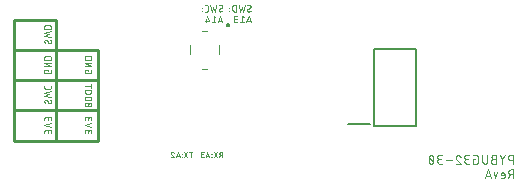
<source format=gbr>
G04 EAGLE Gerber RS-274X export*
G75*
%MOMM*%
%FSLAX34Y34*%
%LPD*%
%INSilkscreen Bottom*%
%IPPOS*%
%AMOC8*
5,1,8,0,0,1.08239X$1,22.5*%
G01*
%ADD10C,0.050800*%
%ADD11C,0.076200*%
%ADD12C,0.254000*%
%ADD13C,0.200000*%
%ADD14C,0.100000*%


D10*
X31976Y127819D02*
X31906Y127817D01*
X31837Y127811D01*
X31768Y127801D01*
X31700Y127788D01*
X31632Y127770D01*
X31566Y127749D01*
X31501Y127724D01*
X31437Y127696D01*
X31375Y127664D01*
X31315Y127629D01*
X31257Y127590D01*
X31202Y127548D01*
X31148Y127503D01*
X31098Y127455D01*
X31050Y127405D01*
X31005Y127351D01*
X30963Y127296D01*
X30924Y127238D01*
X30889Y127178D01*
X30857Y127116D01*
X30829Y127052D01*
X30804Y126987D01*
X30783Y126921D01*
X30765Y126853D01*
X30752Y126785D01*
X30742Y126716D01*
X30736Y126647D01*
X30734Y126577D01*
X30736Y126478D01*
X30741Y126380D01*
X30751Y126282D01*
X30764Y126184D01*
X30780Y126087D01*
X30800Y125990D01*
X30824Y125895D01*
X30852Y125800D01*
X30883Y125706D01*
X30917Y125614D01*
X30955Y125523D01*
X30996Y125433D01*
X31041Y125345D01*
X31089Y125259D01*
X31140Y125175D01*
X31194Y125093D01*
X31252Y125012D01*
X31312Y124934D01*
X31375Y124859D01*
X31441Y124785D01*
X31510Y124715D01*
X35080Y124869D02*
X35150Y124871D01*
X35219Y124877D01*
X35288Y124887D01*
X35356Y124900D01*
X35424Y124918D01*
X35490Y124939D01*
X35555Y124964D01*
X35619Y124992D01*
X35681Y125024D01*
X35741Y125059D01*
X35799Y125098D01*
X35854Y125140D01*
X35908Y125185D01*
X35958Y125233D01*
X36006Y125283D01*
X36051Y125337D01*
X36093Y125392D01*
X36132Y125450D01*
X36167Y125510D01*
X36199Y125572D01*
X36227Y125636D01*
X36252Y125701D01*
X36273Y125767D01*
X36291Y125835D01*
X36304Y125903D01*
X36314Y125972D01*
X36320Y126041D01*
X36322Y126111D01*
X36320Y126205D01*
X36314Y126298D01*
X36305Y126391D01*
X36292Y126484D01*
X36275Y126576D01*
X36255Y126667D01*
X36230Y126758D01*
X36203Y126847D01*
X36171Y126935D01*
X36136Y127022D01*
X36098Y127108D01*
X36056Y127191D01*
X36011Y127273D01*
X35963Y127354D01*
X35911Y127432D01*
X35856Y127508D01*
X33994Y125490D02*
X34030Y125431D01*
X34070Y125375D01*
X34113Y125321D01*
X34158Y125269D01*
X34207Y125220D01*
X34258Y125174D01*
X34311Y125131D01*
X34367Y125090D01*
X34425Y125053D01*
X34485Y125018D01*
X34546Y124988D01*
X34609Y124960D01*
X34674Y124936D01*
X34740Y124916D01*
X34807Y124899D01*
X34874Y124886D01*
X34942Y124877D01*
X35011Y124871D01*
X35080Y124869D01*
X33062Y127197D02*
X33026Y127256D01*
X32986Y127312D01*
X32943Y127366D01*
X32898Y127418D01*
X32849Y127467D01*
X32798Y127513D01*
X32745Y127556D01*
X32689Y127597D01*
X32631Y127634D01*
X32571Y127669D01*
X32510Y127699D01*
X32447Y127727D01*
X32382Y127751D01*
X32316Y127771D01*
X32249Y127788D01*
X32182Y127801D01*
X32114Y127810D01*
X32045Y127816D01*
X31976Y127818D01*
X33062Y127198D02*
X33994Y125490D01*
X36322Y129818D02*
X30734Y131059D01*
X34459Y132301D01*
X30734Y133543D01*
X36322Y134785D01*
X36322Y137150D02*
X30734Y137150D01*
X36322Y137150D02*
X36322Y138702D01*
X36320Y138778D01*
X36315Y138854D01*
X36305Y138930D01*
X36292Y139005D01*
X36275Y139079D01*
X36255Y139153D01*
X36231Y139225D01*
X36204Y139296D01*
X36173Y139366D01*
X36139Y139434D01*
X36101Y139500D01*
X36060Y139564D01*
X36017Y139627D01*
X35970Y139687D01*
X35920Y139744D01*
X35867Y139799D01*
X35812Y139852D01*
X35755Y139902D01*
X35695Y139949D01*
X35632Y139992D01*
X35568Y140033D01*
X35502Y140071D01*
X35434Y140105D01*
X35364Y140136D01*
X35293Y140163D01*
X35220Y140187D01*
X35147Y140207D01*
X35073Y140224D01*
X34998Y140237D01*
X34922Y140247D01*
X34846Y140252D01*
X34770Y140254D01*
X32286Y140254D01*
X32207Y140252D01*
X32129Y140246D01*
X32051Y140236D01*
X31974Y140222D01*
X31897Y140204D01*
X31821Y140183D01*
X31747Y140157D01*
X31674Y140128D01*
X31603Y140095D01*
X31533Y140059D01*
X31465Y140019D01*
X31399Y139976D01*
X31336Y139929D01*
X31275Y139880D01*
X31217Y139827D01*
X31161Y139771D01*
X31108Y139713D01*
X31059Y139652D01*
X31012Y139589D01*
X30969Y139523D01*
X30929Y139455D01*
X30893Y139386D01*
X30860Y139314D01*
X30831Y139241D01*
X30805Y139167D01*
X30784Y139091D01*
X30766Y139014D01*
X30752Y138937D01*
X30742Y138859D01*
X30736Y138781D01*
X30734Y138702D01*
X30734Y137150D01*
X33838Y102418D02*
X33838Y101487D01*
X33838Y102418D02*
X30734Y102418D01*
X30734Y100556D01*
X30736Y100486D01*
X30742Y100417D01*
X30752Y100348D01*
X30765Y100280D01*
X30783Y100212D01*
X30804Y100146D01*
X30829Y100081D01*
X30857Y100017D01*
X30889Y99955D01*
X30924Y99895D01*
X30963Y99837D01*
X31005Y99782D01*
X31050Y99728D01*
X31098Y99678D01*
X31148Y99630D01*
X31202Y99585D01*
X31257Y99543D01*
X31315Y99504D01*
X31375Y99469D01*
X31437Y99437D01*
X31501Y99409D01*
X31566Y99384D01*
X31632Y99363D01*
X31700Y99345D01*
X31768Y99332D01*
X31837Y99322D01*
X31906Y99316D01*
X31976Y99314D01*
X35080Y99314D01*
X35150Y99316D01*
X35219Y99322D01*
X35288Y99332D01*
X35356Y99345D01*
X35424Y99363D01*
X35490Y99384D01*
X35555Y99409D01*
X35619Y99437D01*
X35681Y99469D01*
X35741Y99504D01*
X35799Y99543D01*
X35854Y99585D01*
X35908Y99630D01*
X35958Y99678D01*
X36006Y99728D01*
X36051Y99782D01*
X36093Y99837D01*
X36132Y99895D01*
X36167Y99955D01*
X36199Y100017D01*
X36227Y100081D01*
X36252Y100146D01*
X36273Y100212D01*
X36291Y100280D01*
X36304Y100348D01*
X36314Y100417D01*
X36320Y100486D01*
X36322Y100556D01*
X36322Y102418D01*
X36322Y105166D02*
X30734Y105166D01*
X30734Y108271D02*
X36322Y105166D01*
X36322Y108271D02*
X30734Y108271D01*
X30734Y111018D02*
X36322Y111018D01*
X36322Y112570D01*
X36320Y112646D01*
X36315Y112722D01*
X36305Y112798D01*
X36292Y112873D01*
X36275Y112947D01*
X36255Y113021D01*
X36231Y113093D01*
X36204Y113164D01*
X36173Y113234D01*
X36139Y113302D01*
X36101Y113368D01*
X36060Y113432D01*
X36017Y113495D01*
X35970Y113555D01*
X35920Y113612D01*
X35867Y113667D01*
X35812Y113720D01*
X35755Y113770D01*
X35695Y113817D01*
X35632Y113860D01*
X35568Y113901D01*
X35502Y113939D01*
X35434Y113973D01*
X35364Y114004D01*
X35293Y114031D01*
X35220Y114055D01*
X35147Y114075D01*
X35073Y114092D01*
X34998Y114105D01*
X34922Y114115D01*
X34846Y114120D01*
X34770Y114122D01*
X34770Y114123D02*
X32286Y114123D01*
X32286Y114122D02*
X32207Y114120D01*
X32129Y114114D01*
X32051Y114104D01*
X31974Y114090D01*
X31897Y114072D01*
X31821Y114051D01*
X31747Y114025D01*
X31674Y113996D01*
X31603Y113963D01*
X31533Y113927D01*
X31465Y113887D01*
X31399Y113844D01*
X31336Y113797D01*
X31275Y113748D01*
X31217Y113695D01*
X31161Y113639D01*
X31108Y113581D01*
X31059Y113520D01*
X31012Y113457D01*
X30969Y113391D01*
X30929Y113323D01*
X30893Y113254D01*
X30860Y113182D01*
X30831Y113109D01*
X30805Y113035D01*
X30784Y112959D01*
X30766Y112882D01*
X30752Y112805D01*
X30742Y112727D01*
X30736Y112649D01*
X30734Y112570D01*
X30734Y111018D01*
X31976Y77019D02*
X31906Y77017D01*
X31837Y77011D01*
X31768Y77001D01*
X31700Y76988D01*
X31632Y76970D01*
X31566Y76949D01*
X31501Y76924D01*
X31437Y76896D01*
X31375Y76864D01*
X31315Y76829D01*
X31257Y76790D01*
X31202Y76748D01*
X31148Y76703D01*
X31098Y76655D01*
X31050Y76605D01*
X31005Y76551D01*
X30963Y76496D01*
X30924Y76438D01*
X30889Y76378D01*
X30857Y76316D01*
X30829Y76252D01*
X30804Y76187D01*
X30783Y76121D01*
X30765Y76053D01*
X30752Y75985D01*
X30742Y75916D01*
X30736Y75847D01*
X30734Y75777D01*
X30736Y75678D01*
X30741Y75580D01*
X30751Y75482D01*
X30764Y75384D01*
X30780Y75287D01*
X30800Y75190D01*
X30824Y75095D01*
X30852Y75000D01*
X30883Y74906D01*
X30917Y74814D01*
X30955Y74723D01*
X30996Y74633D01*
X31041Y74545D01*
X31089Y74459D01*
X31140Y74375D01*
X31194Y74293D01*
X31252Y74212D01*
X31312Y74134D01*
X31375Y74059D01*
X31441Y73985D01*
X31510Y73915D01*
X35080Y74069D02*
X35150Y74071D01*
X35219Y74077D01*
X35288Y74087D01*
X35356Y74100D01*
X35424Y74118D01*
X35490Y74139D01*
X35555Y74164D01*
X35619Y74192D01*
X35681Y74224D01*
X35741Y74259D01*
X35799Y74298D01*
X35854Y74340D01*
X35908Y74385D01*
X35958Y74433D01*
X36006Y74483D01*
X36051Y74537D01*
X36093Y74592D01*
X36132Y74650D01*
X36167Y74710D01*
X36199Y74772D01*
X36227Y74836D01*
X36252Y74901D01*
X36273Y74967D01*
X36291Y75035D01*
X36304Y75103D01*
X36314Y75172D01*
X36320Y75241D01*
X36322Y75311D01*
X36320Y75405D01*
X36314Y75498D01*
X36305Y75591D01*
X36292Y75684D01*
X36275Y75776D01*
X36255Y75867D01*
X36230Y75958D01*
X36203Y76047D01*
X36171Y76135D01*
X36136Y76222D01*
X36098Y76308D01*
X36056Y76391D01*
X36011Y76473D01*
X35963Y76554D01*
X35911Y76632D01*
X35856Y76708D01*
X33994Y74690D02*
X34030Y74631D01*
X34070Y74575D01*
X34113Y74521D01*
X34158Y74469D01*
X34207Y74420D01*
X34258Y74374D01*
X34311Y74331D01*
X34367Y74290D01*
X34425Y74253D01*
X34485Y74218D01*
X34546Y74188D01*
X34609Y74160D01*
X34674Y74136D01*
X34740Y74116D01*
X34807Y74099D01*
X34874Y74086D01*
X34942Y74077D01*
X35011Y74071D01*
X35080Y74069D01*
X33062Y76397D02*
X33026Y76456D01*
X32986Y76512D01*
X32943Y76566D01*
X32898Y76618D01*
X32849Y76667D01*
X32798Y76713D01*
X32745Y76756D01*
X32689Y76797D01*
X32631Y76834D01*
X32571Y76869D01*
X32510Y76899D01*
X32447Y76927D01*
X32382Y76951D01*
X32316Y76971D01*
X32249Y76988D01*
X32182Y77001D01*
X32114Y77010D01*
X32045Y77016D01*
X31976Y77018D01*
X33062Y76398D02*
X33994Y74690D01*
X36322Y79018D02*
X30734Y80259D01*
X34459Y81501D01*
X30734Y82743D01*
X36322Y83985D01*
X30734Y87392D02*
X30734Y88634D01*
X30734Y87392D02*
X30736Y87322D01*
X30742Y87253D01*
X30752Y87184D01*
X30765Y87116D01*
X30783Y87048D01*
X30804Y86982D01*
X30829Y86917D01*
X30857Y86853D01*
X30889Y86791D01*
X30924Y86731D01*
X30963Y86673D01*
X31005Y86618D01*
X31050Y86564D01*
X31098Y86514D01*
X31148Y86466D01*
X31202Y86421D01*
X31257Y86379D01*
X31315Y86340D01*
X31375Y86305D01*
X31437Y86273D01*
X31501Y86245D01*
X31566Y86220D01*
X31632Y86199D01*
X31700Y86181D01*
X31768Y86168D01*
X31837Y86158D01*
X31906Y86152D01*
X31976Y86150D01*
X31976Y86151D02*
X35080Y86151D01*
X35080Y86150D02*
X35150Y86152D01*
X35219Y86158D01*
X35288Y86168D01*
X35356Y86181D01*
X35424Y86199D01*
X35490Y86220D01*
X35555Y86245D01*
X35619Y86273D01*
X35681Y86305D01*
X35741Y86340D01*
X35799Y86379D01*
X35854Y86421D01*
X35908Y86466D01*
X35958Y86514D01*
X36006Y86564D01*
X36051Y86618D01*
X36093Y86673D01*
X36132Y86731D01*
X36167Y86791D01*
X36199Y86853D01*
X36227Y86917D01*
X36252Y86982D01*
X36273Y87048D01*
X36291Y87116D01*
X36304Y87184D01*
X36314Y87253D01*
X36320Y87322D01*
X36322Y87392D01*
X36322Y88634D01*
D11*
X427609Y30099D02*
X427609Y22733D01*
X427609Y30099D02*
X425563Y30099D01*
X425474Y30097D01*
X425385Y30091D01*
X425296Y30081D01*
X425208Y30068D01*
X425120Y30051D01*
X425033Y30029D01*
X424948Y30004D01*
X424863Y29976D01*
X424780Y29943D01*
X424698Y29907D01*
X424618Y29868D01*
X424540Y29825D01*
X424464Y29779D01*
X424389Y29729D01*
X424317Y29676D01*
X424248Y29620D01*
X424181Y29561D01*
X424116Y29500D01*
X424055Y29435D01*
X423996Y29368D01*
X423940Y29299D01*
X423887Y29227D01*
X423837Y29152D01*
X423791Y29076D01*
X423748Y28998D01*
X423709Y28918D01*
X423673Y28836D01*
X423640Y28753D01*
X423612Y28668D01*
X423587Y28583D01*
X423565Y28496D01*
X423548Y28408D01*
X423535Y28320D01*
X423525Y28231D01*
X423519Y28142D01*
X423517Y28053D01*
X423519Y27964D01*
X423525Y27875D01*
X423535Y27786D01*
X423548Y27698D01*
X423565Y27610D01*
X423587Y27523D01*
X423612Y27438D01*
X423640Y27353D01*
X423673Y27270D01*
X423709Y27188D01*
X423748Y27108D01*
X423791Y27030D01*
X423837Y26954D01*
X423887Y26879D01*
X423940Y26807D01*
X423996Y26738D01*
X424055Y26671D01*
X424116Y26606D01*
X424181Y26545D01*
X424248Y26486D01*
X424317Y26430D01*
X424389Y26377D01*
X424464Y26327D01*
X424540Y26281D01*
X424618Y26238D01*
X424698Y26199D01*
X424780Y26163D01*
X424863Y26130D01*
X424948Y26102D01*
X425033Y26077D01*
X425120Y26055D01*
X425208Y26038D01*
X425296Y26025D01*
X425385Y26015D01*
X425474Y26009D01*
X425563Y26007D01*
X427609Y26007D01*
X421065Y30099D02*
X418609Y26621D01*
X416154Y30099D01*
X418609Y26621D02*
X418609Y22733D01*
X412979Y26825D02*
X410933Y26825D01*
X410844Y26823D01*
X410755Y26817D01*
X410666Y26807D01*
X410578Y26794D01*
X410490Y26777D01*
X410403Y26755D01*
X410318Y26730D01*
X410233Y26702D01*
X410150Y26669D01*
X410068Y26633D01*
X409988Y26594D01*
X409910Y26551D01*
X409834Y26505D01*
X409759Y26455D01*
X409687Y26402D01*
X409618Y26346D01*
X409551Y26287D01*
X409486Y26226D01*
X409425Y26161D01*
X409366Y26094D01*
X409310Y26025D01*
X409257Y25953D01*
X409207Y25878D01*
X409161Y25802D01*
X409118Y25724D01*
X409079Y25644D01*
X409043Y25562D01*
X409010Y25479D01*
X408982Y25394D01*
X408957Y25309D01*
X408935Y25222D01*
X408918Y25134D01*
X408905Y25046D01*
X408895Y24957D01*
X408889Y24868D01*
X408887Y24779D01*
X408889Y24690D01*
X408895Y24601D01*
X408905Y24512D01*
X408918Y24424D01*
X408935Y24336D01*
X408957Y24249D01*
X408982Y24164D01*
X409010Y24079D01*
X409043Y23996D01*
X409079Y23914D01*
X409118Y23834D01*
X409161Y23756D01*
X409207Y23680D01*
X409257Y23605D01*
X409310Y23533D01*
X409366Y23464D01*
X409425Y23397D01*
X409486Y23332D01*
X409551Y23271D01*
X409618Y23212D01*
X409687Y23156D01*
X409759Y23103D01*
X409834Y23053D01*
X409910Y23007D01*
X409988Y22964D01*
X410068Y22925D01*
X410150Y22889D01*
X410233Y22856D01*
X410318Y22828D01*
X410403Y22803D01*
X410490Y22781D01*
X410578Y22764D01*
X410666Y22751D01*
X410755Y22741D01*
X410844Y22735D01*
X410933Y22733D01*
X412979Y22733D01*
X412979Y30099D01*
X410933Y30099D01*
X410854Y30097D01*
X410775Y30091D01*
X410696Y30082D01*
X410618Y30069D01*
X410541Y30051D01*
X410465Y30031D01*
X410390Y30006D01*
X410316Y29978D01*
X410243Y29947D01*
X410172Y29911D01*
X410103Y29873D01*
X410036Y29831D01*
X409971Y29786D01*
X409908Y29738D01*
X409847Y29687D01*
X409790Y29633D01*
X409734Y29577D01*
X409682Y29518D01*
X409632Y29456D01*
X409586Y29392D01*
X409542Y29326D01*
X409502Y29258D01*
X409466Y29188D01*
X409432Y29116D01*
X409402Y29042D01*
X409376Y28968D01*
X409353Y28892D01*
X409335Y28815D01*
X409319Y28738D01*
X409308Y28659D01*
X409300Y28581D01*
X409296Y28502D01*
X409296Y28422D01*
X409300Y28343D01*
X409308Y28265D01*
X409319Y28186D01*
X409335Y28109D01*
X409353Y28032D01*
X409376Y27956D01*
X409402Y27882D01*
X409432Y27808D01*
X409466Y27736D01*
X409502Y27666D01*
X409542Y27598D01*
X409586Y27532D01*
X409632Y27468D01*
X409682Y27406D01*
X409734Y27347D01*
X409790Y27291D01*
X409847Y27237D01*
X409908Y27186D01*
X409971Y27138D01*
X410036Y27093D01*
X410103Y27051D01*
X410172Y27013D01*
X410243Y26977D01*
X410316Y26946D01*
X410390Y26918D01*
X410465Y26893D01*
X410541Y26873D01*
X410618Y26855D01*
X410696Y26842D01*
X410775Y26833D01*
X410854Y26827D01*
X410933Y26825D01*
X405781Y24779D02*
X405781Y30099D01*
X405781Y24779D02*
X405779Y24690D01*
X405773Y24601D01*
X405763Y24512D01*
X405750Y24424D01*
X405733Y24336D01*
X405711Y24249D01*
X405686Y24164D01*
X405658Y24079D01*
X405625Y23996D01*
X405589Y23914D01*
X405550Y23834D01*
X405507Y23756D01*
X405461Y23680D01*
X405411Y23605D01*
X405358Y23533D01*
X405302Y23464D01*
X405243Y23397D01*
X405182Y23332D01*
X405117Y23271D01*
X405050Y23212D01*
X404981Y23156D01*
X404909Y23103D01*
X404834Y23053D01*
X404758Y23007D01*
X404680Y22964D01*
X404600Y22925D01*
X404518Y22889D01*
X404435Y22856D01*
X404350Y22828D01*
X404265Y22803D01*
X404178Y22781D01*
X404090Y22764D01*
X404002Y22751D01*
X403913Y22741D01*
X403824Y22735D01*
X403735Y22733D01*
X403646Y22735D01*
X403557Y22741D01*
X403468Y22751D01*
X403380Y22764D01*
X403292Y22781D01*
X403205Y22803D01*
X403120Y22828D01*
X403035Y22856D01*
X402952Y22889D01*
X402870Y22925D01*
X402790Y22964D01*
X402712Y23007D01*
X402636Y23053D01*
X402561Y23103D01*
X402489Y23156D01*
X402420Y23212D01*
X402353Y23271D01*
X402288Y23332D01*
X402227Y23397D01*
X402168Y23464D01*
X402112Y23533D01*
X402059Y23605D01*
X402009Y23680D01*
X401963Y23756D01*
X401920Y23834D01*
X401881Y23914D01*
X401845Y23996D01*
X401812Y24079D01*
X401784Y24164D01*
X401759Y24249D01*
X401737Y24336D01*
X401720Y24424D01*
X401707Y24512D01*
X401697Y24601D01*
X401691Y24690D01*
X401689Y24779D01*
X401689Y30099D01*
X395114Y26825D02*
X393886Y26825D01*
X393886Y22733D01*
X396341Y22733D01*
X396419Y22735D01*
X396497Y22740D01*
X396574Y22750D01*
X396651Y22763D01*
X396727Y22779D01*
X396802Y22799D01*
X396876Y22823D01*
X396949Y22850D01*
X397021Y22881D01*
X397091Y22915D01*
X397160Y22952D01*
X397226Y22993D01*
X397291Y23037D01*
X397353Y23083D01*
X397413Y23133D01*
X397471Y23185D01*
X397526Y23240D01*
X397578Y23298D01*
X397628Y23358D01*
X397674Y23420D01*
X397718Y23485D01*
X397759Y23552D01*
X397796Y23620D01*
X397830Y23690D01*
X397861Y23762D01*
X397888Y23835D01*
X397912Y23909D01*
X397932Y23984D01*
X397948Y24060D01*
X397961Y24137D01*
X397971Y24214D01*
X397976Y24292D01*
X397978Y24370D01*
X397978Y28462D01*
X397976Y28540D01*
X397971Y28618D01*
X397961Y28695D01*
X397948Y28772D01*
X397932Y28848D01*
X397912Y28923D01*
X397888Y28997D01*
X397861Y29070D01*
X397830Y29142D01*
X397796Y29212D01*
X397759Y29281D01*
X397718Y29347D01*
X397674Y29412D01*
X397628Y29474D01*
X397578Y29534D01*
X397526Y29592D01*
X397471Y29647D01*
X397413Y29699D01*
X397353Y29749D01*
X397291Y29795D01*
X397226Y29839D01*
X397160Y29880D01*
X397091Y29917D01*
X397021Y29951D01*
X396949Y29982D01*
X396876Y30009D01*
X396802Y30033D01*
X396727Y30053D01*
X396651Y30069D01*
X396574Y30082D01*
X396497Y30092D01*
X396419Y30097D01*
X396341Y30099D01*
X393886Y30099D01*
X390419Y22733D02*
X388373Y22733D01*
X388284Y22735D01*
X388195Y22741D01*
X388106Y22751D01*
X388018Y22764D01*
X387930Y22781D01*
X387843Y22803D01*
X387758Y22828D01*
X387673Y22856D01*
X387590Y22889D01*
X387508Y22925D01*
X387428Y22964D01*
X387350Y23007D01*
X387274Y23053D01*
X387199Y23103D01*
X387127Y23156D01*
X387058Y23212D01*
X386991Y23271D01*
X386926Y23332D01*
X386865Y23397D01*
X386806Y23464D01*
X386750Y23533D01*
X386697Y23605D01*
X386647Y23680D01*
X386601Y23756D01*
X386558Y23834D01*
X386519Y23914D01*
X386483Y23996D01*
X386450Y24079D01*
X386422Y24164D01*
X386397Y24249D01*
X386375Y24336D01*
X386358Y24424D01*
X386345Y24512D01*
X386335Y24601D01*
X386329Y24690D01*
X386327Y24779D01*
X386329Y24868D01*
X386335Y24957D01*
X386345Y25046D01*
X386358Y25134D01*
X386375Y25222D01*
X386397Y25309D01*
X386422Y25394D01*
X386450Y25479D01*
X386483Y25562D01*
X386519Y25644D01*
X386558Y25724D01*
X386601Y25802D01*
X386647Y25878D01*
X386697Y25953D01*
X386750Y26025D01*
X386806Y26094D01*
X386865Y26161D01*
X386926Y26226D01*
X386991Y26287D01*
X387058Y26346D01*
X387127Y26402D01*
X387199Y26455D01*
X387274Y26505D01*
X387350Y26551D01*
X387428Y26594D01*
X387508Y26633D01*
X387590Y26669D01*
X387673Y26702D01*
X387758Y26730D01*
X387843Y26755D01*
X387930Y26777D01*
X388018Y26794D01*
X388106Y26807D01*
X388195Y26817D01*
X388284Y26823D01*
X388373Y26825D01*
X387964Y30099D02*
X390419Y30099D01*
X387964Y30099D02*
X387885Y30097D01*
X387806Y30091D01*
X387727Y30082D01*
X387649Y30069D01*
X387572Y30051D01*
X387496Y30031D01*
X387421Y30006D01*
X387347Y29978D01*
X387274Y29947D01*
X387203Y29911D01*
X387134Y29873D01*
X387067Y29831D01*
X387002Y29786D01*
X386939Y29738D01*
X386878Y29687D01*
X386821Y29633D01*
X386765Y29577D01*
X386713Y29518D01*
X386663Y29456D01*
X386617Y29392D01*
X386573Y29326D01*
X386533Y29258D01*
X386497Y29188D01*
X386463Y29116D01*
X386433Y29042D01*
X386407Y28968D01*
X386384Y28892D01*
X386366Y28815D01*
X386350Y28738D01*
X386339Y28659D01*
X386331Y28581D01*
X386327Y28502D01*
X386327Y28422D01*
X386331Y28343D01*
X386339Y28265D01*
X386350Y28186D01*
X386366Y28109D01*
X386384Y28032D01*
X386407Y27956D01*
X386433Y27882D01*
X386463Y27808D01*
X386497Y27736D01*
X386533Y27666D01*
X386573Y27598D01*
X386617Y27532D01*
X386663Y27468D01*
X386713Y27406D01*
X386765Y27347D01*
X386821Y27291D01*
X386878Y27237D01*
X386939Y27186D01*
X387002Y27138D01*
X387067Y27093D01*
X387134Y27051D01*
X387203Y27013D01*
X387274Y26977D01*
X387347Y26946D01*
X387421Y26918D01*
X387496Y26893D01*
X387572Y26873D01*
X387649Y26855D01*
X387727Y26842D01*
X387806Y26833D01*
X387885Y26827D01*
X387964Y26825D01*
X389601Y26825D01*
X380853Y30100D02*
X380768Y30098D01*
X380683Y30092D01*
X380599Y30082D01*
X380515Y30069D01*
X380431Y30051D01*
X380349Y30030D01*
X380268Y30005D01*
X380188Y29976D01*
X380109Y29943D01*
X380032Y29907D01*
X379957Y29867D01*
X379883Y29824D01*
X379812Y29778D01*
X379743Y29728D01*
X379676Y29675D01*
X379612Y29619D01*
X379551Y29560D01*
X379492Y29499D01*
X379436Y29435D01*
X379383Y29368D01*
X379333Y29299D01*
X379287Y29228D01*
X379244Y29154D01*
X379204Y29079D01*
X379168Y29002D01*
X379135Y28923D01*
X379106Y28843D01*
X379081Y28762D01*
X379060Y28680D01*
X379042Y28596D01*
X379029Y28512D01*
X379019Y28428D01*
X379013Y28343D01*
X379011Y28258D01*
X380853Y30099D02*
X380949Y30097D01*
X381045Y30091D01*
X381140Y30081D01*
X381235Y30068D01*
X381330Y30050D01*
X381423Y30029D01*
X381516Y30004D01*
X381607Y29975D01*
X381698Y29943D01*
X381787Y29907D01*
X381874Y29867D01*
X381960Y29824D01*
X382044Y29778D01*
X382126Y29728D01*
X382206Y29674D01*
X382283Y29618D01*
X382358Y29558D01*
X382431Y29496D01*
X382501Y29430D01*
X382569Y29362D01*
X382634Y29291D01*
X382695Y29218D01*
X382754Y29142D01*
X382810Y29063D01*
X382862Y28983D01*
X382911Y28900D01*
X382957Y28816D01*
X382999Y28730D01*
X383037Y28642D01*
X383072Y28553D01*
X383104Y28462D01*
X379626Y26826D02*
X379566Y26885D01*
X379509Y26947D01*
X379454Y27011D01*
X379403Y27078D01*
X379354Y27147D01*
X379308Y27217D01*
X379265Y27290D01*
X379225Y27364D01*
X379189Y27440D01*
X379156Y27518D01*
X379126Y27597D01*
X379099Y27677D01*
X379076Y27758D01*
X379057Y27840D01*
X379041Y27922D01*
X379028Y28006D01*
X379019Y28090D01*
X379014Y28174D01*
X379012Y28258D01*
X379626Y26825D02*
X383104Y22733D01*
X379012Y22733D01*
X375710Y25598D02*
X370800Y25598D01*
X367498Y22733D02*
X365452Y22733D01*
X365363Y22735D01*
X365274Y22741D01*
X365185Y22751D01*
X365097Y22764D01*
X365009Y22781D01*
X364922Y22803D01*
X364837Y22828D01*
X364752Y22856D01*
X364669Y22889D01*
X364587Y22925D01*
X364507Y22964D01*
X364429Y23007D01*
X364353Y23053D01*
X364278Y23103D01*
X364206Y23156D01*
X364137Y23212D01*
X364070Y23271D01*
X364005Y23332D01*
X363944Y23397D01*
X363885Y23464D01*
X363829Y23533D01*
X363776Y23605D01*
X363726Y23680D01*
X363680Y23756D01*
X363637Y23834D01*
X363598Y23914D01*
X363562Y23996D01*
X363529Y24079D01*
X363501Y24164D01*
X363476Y24249D01*
X363454Y24336D01*
X363437Y24424D01*
X363424Y24512D01*
X363414Y24601D01*
X363408Y24690D01*
X363406Y24779D01*
X363408Y24868D01*
X363414Y24957D01*
X363424Y25046D01*
X363437Y25134D01*
X363454Y25222D01*
X363476Y25309D01*
X363501Y25394D01*
X363529Y25479D01*
X363562Y25562D01*
X363598Y25644D01*
X363637Y25724D01*
X363680Y25802D01*
X363726Y25878D01*
X363776Y25953D01*
X363829Y26025D01*
X363885Y26094D01*
X363944Y26161D01*
X364005Y26226D01*
X364070Y26287D01*
X364137Y26346D01*
X364206Y26402D01*
X364278Y26455D01*
X364353Y26505D01*
X364429Y26551D01*
X364507Y26594D01*
X364587Y26633D01*
X364669Y26669D01*
X364752Y26702D01*
X364837Y26730D01*
X364922Y26755D01*
X365009Y26777D01*
X365097Y26794D01*
X365185Y26807D01*
X365274Y26817D01*
X365363Y26823D01*
X365452Y26825D01*
X365043Y30099D02*
X367498Y30099D01*
X365043Y30099D02*
X364964Y30097D01*
X364885Y30091D01*
X364806Y30082D01*
X364728Y30069D01*
X364651Y30051D01*
X364575Y30031D01*
X364500Y30006D01*
X364426Y29978D01*
X364353Y29947D01*
X364282Y29911D01*
X364213Y29873D01*
X364146Y29831D01*
X364081Y29786D01*
X364018Y29738D01*
X363957Y29687D01*
X363900Y29633D01*
X363844Y29577D01*
X363792Y29518D01*
X363742Y29456D01*
X363696Y29392D01*
X363652Y29326D01*
X363612Y29258D01*
X363576Y29188D01*
X363542Y29116D01*
X363512Y29042D01*
X363486Y28968D01*
X363463Y28892D01*
X363445Y28815D01*
X363429Y28738D01*
X363418Y28659D01*
X363410Y28581D01*
X363406Y28502D01*
X363406Y28422D01*
X363410Y28343D01*
X363418Y28265D01*
X363429Y28186D01*
X363445Y28109D01*
X363463Y28032D01*
X363486Y27956D01*
X363512Y27882D01*
X363542Y27808D01*
X363576Y27736D01*
X363612Y27666D01*
X363652Y27598D01*
X363696Y27532D01*
X363742Y27468D01*
X363792Y27406D01*
X363844Y27347D01*
X363900Y27291D01*
X363957Y27237D01*
X364018Y27186D01*
X364081Y27138D01*
X364146Y27093D01*
X364213Y27051D01*
X364282Y27013D01*
X364353Y26977D01*
X364426Y26946D01*
X364500Y26918D01*
X364575Y26893D01*
X364651Y26873D01*
X364728Y26855D01*
X364806Y26842D01*
X364885Y26833D01*
X364964Y26827D01*
X365043Y26825D01*
X366680Y26825D01*
X360183Y26416D02*
X360181Y26569D01*
X360175Y26722D01*
X360166Y26874D01*
X360152Y27027D01*
X360135Y27179D01*
X360114Y27330D01*
X360089Y27481D01*
X360060Y27631D01*
X360028Y27781D01*
X359991Y27929D01*
X359951Y28077D01*
X359908Y28224D01*
X359860Y28369D01*
X359809Y28513D01*
X359755Y28656D01*
X359696Y28798D01*
X359635Y28937D01*
X359569Y29076D01*
X359543Y29146D01*
X359513Y29215D01*
X359481Y29283D01*
X359444Y29349D01*
X359405Y29413D01*
X359362Y29475D01*
X359317Y29534D01*
X359268Y29592D01*
X359217Y29646D01*
X359163Y29699D01*
X359106Y29748D01*
X359047Y29795D01*
X358986Y29838D01*
X358923Y29879D01*
X358858Y29916D01*
X358791Y29951D01*
X358722Y29981D01*
X358652Y30009D01*
X358581Y30032D01*
X358509Y30053D01*
X358436Y30069D01*
X358362Y30082D01*
X358287Y30092D01*
X358212Y30097D01*
X358137Y30099D01*
X358062Y30097D01*
X357987Y30092D01*
X357912Y30082D01*
X357838Y30069D01*
X357765Y30053D01*
X357693Y30032D01*
X357622Y30009D01*
X357552Y29981D01*
X357483Y29951D01*
X357416Y29916D01*
X357351Y29879D01*
X357288Y29838D01*
X357227Y29795D01*
X357168Y29748D01*
X357111Y29699D01*
X357057Y29646D01*
X357006Y29592D01*
X356958Y29534D01*
X356912Y29475D01*
X356869Y29413D01*
X356830Y29349D01*
X356794Y29283D01*
X356761Y29216D01*
X356731Y29146D01*
X356705Y29076D01*
X356640Y28938D01*
X356578Y28798D01*
X356520Y28656D01*
X356465Y28513D01*
X356414Y28369D01*
X356366Y28224D01*
X356323Y28077D01*
X356283Y27930D01*
X356246Y27781D01*
X356214Y27631D01*
X356185Y27481D01*
X356160Y27330D01*
X356139Y27179D01*
X356122Y27027D01*
X356108Y26874D01*
X356099Y26722D01*
X356093Y26569D01*
X356091Y26416D01*
X360184Y26416D02*
X360182Y26263D01*
X360176Y26110D01*
X360167Y25957D01*
X360153Y25805D01*
X360136Y25653D01*
X360115Y25502D01*
X360090Y25351D01*
X360061Y25200D01*
X360029Y25051D01*
X359992Y24902D01*
X359952Y24755D01*
X359909Y24608D01*
X359861Y24463D01*
X359810Y24318D01*
X359755Y24176D01*
X359697Y24034D01*
X359635Y23894D01*
X359570Y23756D01*
X359569Y23756D02*
X359543Y23686D01*
X359513Y23616D01*
X359481Y23549D01*
X359444Y23483D01*
X359405Y23419D01*
X359362Y23357D01*
X359316Y23298D01*
X359268Y23240D01*
X359217Y23186D01*
X359163Y23133D01*
X359106Y23084D01*
X359047Y23037D01*
X358986Y22994D01*
X358923Y22953D01*
X358858Y22916D01*
X358791Y22881D01*
X358722Y22851D01*
X358652Y22823D01*
X358581Y22800D01*
X358509Y22779D01*
X358436Y22763D01*
X358362Y22750D01*
X358287Y22740D01*
X358212Y22735D01*
X358137Y22733D01*
X356705Y23756D02*
X356640Y23894D01*
X356578Y24034D01*
X356520Y24176D01*
X356465Y24319D01*
X356414Y24463D01*
X356366Y24608D01*
X356323Y24755D01*
X356283Y24903D01*
X356246Y25051D01*
X356214Y25201D01*
X356185Y25351D01*
X356160Y25502D01*
X356139Y25653D01*
X356122Y25805D01*
X356108Y25958D01*
X356099Y26110D01*
X356093Y26263D01*
X356091Y26416D01*
X356705Y23756D02*
X356731Y23685D01*
X356761Y23616D01*
X356794Y23549D01*
X356830Y23483D01*
X356869Y23419D01*
X356912Y23357D01*
X356958Y23298D01*
X357006Y23240D01*
X357057Y23186D01*
X357111Y23133D01*
X357168Y23084D01*
X357227Y23037D01*
X357288Y22994D01*
X357351Y22953D01*
X357416Y22916D01*
X357483Y22881D01*
X357552Y22851D01*
X357622Y22823D01*
X357693Y22800D01*
X357765Y22779D01*
X357838Y22763D01*
X357912Y22750D01*
X357987Y22740D01*
X358062Y22735D01*
X358137Y22733D01*
X359774Y24370D02*
X356500Y28462D01*
X427609Y17907D02*
X427609Y10541D01*
X427609Y17907D02*
X425563Y17907D01*
X425474Y17905D01*
X425385Y17899D01*
X425296Y17889D01*
X425208Y17876D01*
X425120Y17859D01*
X425033Y17837D01*
X424948Y17812D01*
X424863Y17784D01*
X424780Y17751D01*
X424698Y17715D01*
X424618Y17676D01*
X424540Y17633D01*
X424464Y17587D01*
X424389Y17537D01*
X424317Y17484D01*
X424248Y17428D01*
X424181Y17369D01*
X424116Y17308D01*
X424055Y17243D01*
X423996Y17176D01*
X423940Y17107D01*
X423887Y17035D01*
X423837Y16960D01*
X423791Y16884D01*
X423748Y16806D01*
X423709Y16726D01*
X423673Y16644D01*
X423640Y16561D01*
X423612Y16476D01*
X423587Y16391D01*
X423565Y16304D01*
X423548Y16216D01*
X423535Y16128D01*
X423525Y16039D01*
X423519Y15950D01*
X423517Y15861D01*
X423519Y15772D01*
X423525Y15683D01*
X423535Y15594D01*
X423548Y15506D01*
X423565Y15418D01*
X423587Y15331D01*
X423612Y15246D01*
X423640Y15161D01*
X423673Y15078D01*
X423709Y14996D01*
X423748Y14916D01*
X423791Y14838D01*
X423837Y14762D01*
X423887Y14687D01*
X423940Y14615D01*
X423996Y14546D01*
X424055Y14479D01*
X424116Y14414D01*
X424181Y14353D01*
X424248Y14294D01*
X424317Y14238D01*
X424389Y14185D01*
X424464Y14135D01*
X424540Y14089D01*
X424618Y14046D01*
X424698Y14007D01*
X424780Y13971D01*
X424863Y13938D01*
X424948Y13910D01*
X425033Y13885D01*
X425120Y13863D01*
X425208Y13846D01*
X425296Y13833D01*
X425385Y13823D01*
X425474Y13817D01*
X425563Y13815D01*
X427609Y13815D01*
X425154Y13815D02*
X423517Y10541D01*
X419196Y10541D02*
X417150Y10541D01*
X419196Y10541D02*
X419265Y10543D01*
X419333Y10549D01*
X419402Y10558D01*
X419469Y10572D01*
X419536Y10589D01*
X419602Y10610D01*
X419666Y10634D01*
X419729Y10663D01*
X419790Y10694D01*
X419849Y10729D01*
X419907Y10767D01*
X419962Y10809D01*
X420014Y10853D01*
X420064Y10901D01*
X420112Y10951D01*
X420156Y11003D01*
X420198Y11058D01*
X420236Y11116D01*
X420271Y11175D01*
X420302Y11236D01*
X420331Y11299D01*
X420355Y11363D01*
X420376Y11429D01*
X420393Y11496D01*
X420407Y11563D01*
X420416Y11632D01*
X420422Y11700D01*
X420424Y11769D01*
X420423Y11769D02*
X420423Y13815D01*
X420424Y13815D02*
X420422Y13894D01*
X420416Y13973D01*
X420407Y14052D01*
X420394Y14130D01*
X420376Y14207D01*
X420356Y14283D01*
X420331Y14358D01*
X420303Y14432D01*
X420272Y14505D01*
X420236Y14576D01*
X420198Y14645D01*
X420156Y14712D01*
X420111Y14777D01*
X420063Y14840D01*
X420012Y14901D01*
X419958Y14958D01*
X419902Y15014D01*
X419843Y15066D01*
X419781Y15116D01*
X419717Y15162D01*
X419651Y15206D01*
X419583Y15246D01*
X419513Y15282D01*
X419441Y15316D01*
X419367Y15346D01*
X419293Y15372D01*
X419217Y15395D01*
X419140Y15413D01*
X419063Y15429D01*
X418984Y15440D01*
X418906Y15448D01*
X418827Y15452D01*
X418747Y15452D01*
X418668Y15448D01*
X418590Y15440D01*
X418511Y15429D01*
X418434Y15413D01*
X418357Y15395D01*
X418281Y15372D01*
X418207Y15346D01*
X418133Y15316D01*
X418061Y15282D01*
X417991Y15246D01*
X417923Y15206D01*
X417857Y15162D01*
X417793Y15116D01*
X417731Y15066D01*
X417672Y15014D01*
X417616Y14958D01*
X417562Y14901D01*
X417511Y14840D01*
X417463Y14777D01*
X417418Y14712D01*
X417376Y14645D01*
X417338Y14576D01*
X417302Y14505D01*
X417271Y14432D01*
X417243Y14358D01*
X417218Y14283D01*
X417198Y14207D01*
X417180Y14130D01*
X417167Y14052D01*
X417158Y13973D01*
X417152Y13894D01*
X417150Y13815D01*
X417150Y12996D01*
X420423Y12996D01*
X414327Y15452D02*
X412691Y10541D01*
X411054Y15452D01*
X408562Y10541D02*
X406107Y17907D01*
X403652Y10541D01*
X404265Y12383D02*
X407948Y12383D01*
D10*
X30734Y48514D02*
X30734Y50066D01*
X30736Y50143D01*
X30742Y50221D01*
X30751Y50297D01*
X30765Y50374D01*
X30782Y50449D01*
X30803Y50523D01*
X30828Y50597D01*
X30856Y50669D01*
X30888Y50739D01*
X30923Y50808D01*
X30962Y50875D01*
X31004Y50940D01*
X31049Y51003D01*
X31097Y51064D01*
X31148Y51122D01*
X31202Y51177D01*
X31259Y51230D01*
X31318Y51279D01*
X31380Y51326D01*
X31444Y51370D01*
X31510Y51410D01*
X31578Y51447D01*
X31648Y51481D01*
X31719Y51511D01*
X31792Y51537D01*
X31866Y51560D01*
X31941Y51579D01*
X32016Y51594D01*
X32093Y51606D01*
X32170Y51614D01*
X32247Y51618D01*
X32325Y51618D01*
X32402Y51614D01*
X32479Y51606D01*
X32556Y51594D01*
X32631Y51579D01*
X32706Y51560D01*
X32780Y51537D01*
X32853Y51511D01*
X32924Y51481D01*
X32994Y51447D01*
X33062Y51410D01*
X33128Y51370D01*
X33192Y51326D01*
X33254Y51279D01*
X33313Y51230D01*
X33370Y51177D01*
X33424Y51122D01*
X33475Y51064D01*
X33523Y51003D01*
X33568Y50940D01*
X33610Y50875D01*
X33649Y50808D01*
X33684Y50739D01*
X33716Y50669D01*
X33744Y50597D01*
X33769Y50523D01*
X33790Y50449D01*
X33807Y50374D01*
X33821Y50297D01*
X33830Y50221D01*
X33836Y50143D01*
X33838Y50066D01*
X36322Y50377D02*
X36322Y48514D01*
X36322Y50377D02*
X36320Y50447D01*
X36314Y50516D01*
X36304Y50585D01*
X36291Y50653D01*
X36273Y50721D01*
X36252Y50787D01*
X36227Y50852D01*
X36199Y50916D01*
X36167Y50978D01*
X36132Y51038D01*
X36093Y51096D01*
X36051Y51151D01*
X36006Y51205D01*
X35958Y51255D01*
X35908Y51303D01*
X35854Y51348D01*
X35799Y51390D01*
X35741Y51429D01*
X35681Y51464D01*
X35619Y51496D01*
X35555Y51524D01*
X35490Y51549D01*
X35424Y51570D01*
X35356Y51588D01*
X35288Y51601D01*
X35219Y51611D01*
X35150Y51617D01*
X35080Y51619D01*
X35010Y51617D01*
X34941Y51611D01*
X34872Y51601D01*
X34804Y51588D01*
X34736Y51570D01*
X34670Y51549D01*
X34605Y51524D01*
X34541Y51496D01*
X34479Y51464D01*
X34419Y51429D01*
X34361Y51390D01*
X34306Y51348D01*
X34252Y51303D01*
X34202Y51255D01*
X34154Y51205D01*
X34109Y51151D01*
X34067Y51096D01*
X34028Y51038D01*
X33993Y50978D01*
X33961Y50916D01*
X33933Y50852D01*
X33908Y50787D01*
X33887Y50721D01*
X33869Y50653D01*
X33856Y50585D01*
X33846Y50516D01*
X33840Y50447D01*
X33838Y50377D01*
X33838Y49135D01*
X36322Y53690D02*
X30734Y55553D01*
X36322Y57415D01*
X30734Y59487D02*
X30734Y61039D01*
X30736Y61116D01*
X30742Y61194D01*
X30751Y61270D01*
X30765Y61347D01*
X30782Y61422D01*
X30803Y61496D01*
X30828Y61570D01*
X30856Y61642D01*
X30888Y61712D01*
X30923Y61781D01*
X30962Y61848D01*
X31004Y61913D01*
X31049Y61976D01*
X31097Y62037D01*
X31148Y62095D01*
X31202Y62150D01*
X31259Y62203D01*
X31318Y62252D01*
X31380Y62299D01*
X31444Y62343D01*
X31510Y62383D01*
X31578Y62420D01*
X31648Y62454D01*
X31719Y62484D01*
X31792Y62510D01*
X31866Y62533D01*
X31941Y62552D01*
X32016Y62567D01*
X32093Y62579D01*
X32170Y62587D01*
X32247Y62591D01*
X32325Y62591D01*
X32402Y62587D01*
X32479Y62579D01*
X32556Y62567D01*
X32631Y62552D01*
X32706Y62533D01*
X32780Y62510D01*
X32853Y62484D01*
X32924Y62454D01*
X32994Y62420D01*
X33062Y62383D01*
X33128Y62343D01*
X33192Y62299D01*
X33254Y62252D01*
X33313Y62203D01*
X33370Y62150D01*
X33424Y62095D01*
X33475Y62037D01*
X33523Y61976D01*
X33568Y61913D01*
X33610Y61848D01*
X33649Y61781D01*
X33684Y61712D01*
X33716Y61642D01*
X33744Y61570D01*
X33769Y61496D01*
X33790Y61422D01*
X33807Y61347D01*
X33821Y61270D01*
X33830Y61194D01*
X33836Y61116D01*
X33838Y61039D01*
X36322Y61349D02*
X36322Y59487D01*
X36322Y61349D02*
X36320Y61419D01*
X36314Y61488D01*
X36304Y61557D01*
X36291Y61625D01*
X36273Y61693D01*
X36252Y61759D01*
X36227Y61824D01*
X36199Y61888D01*
X36167Y61950D01*
X36132Y62010D01*
X36093Y62068D01*
X36051Y62123D01*
X36006Y62177D01*
X35958Y62227D01*
X35908Y62275D01*
X35854Y62320D01*
X35799Y62362D01*
X35741Y62401D01*
X35681Y62436D01*
X35619Y62468D01*
X35555Y62496D01*
X35490Y62521D01*
X35424Y62542D01*
X35356Y62560D01*
X35288Y62573D01*
X35219Y62583D01*
X35150Y62589D01*
X35080Y62591D01*
X35010Y62589D01*
X34941Y62583D01*
X34872Y62573D01*
X34804Y62560D01*
X34736Y62542D01*
X34670Y62521D01*
X34605Y62496D01*
X34541Y62468D01*
X34479Y62436D01*
X34419Y62401D01*
X34361Y62362D01*
X34306Y62320D01*
X34252Y62275D01*
X34202Y62227D01*
X34154Y62177D01*
X34109Y62123D01*
X34067Y62068D01*
X34028Y62010D01*
X33993Y61950D01*
X33961Y61888D01*
X33933Y61824D01*
X33908Y61759D01*
X33887Y61693D01*
X33869Y61625D01*
X33856Y61557D01*
X33846Y61488D01*
X33840Y61419D01*
X33838Y61349D01*
X33838Y60108D01*
X68128Y71374D02*
X68128Y72926D01*
X68126Y73003D01*
X68120Y73081D01*
X68111Y73157D01*
X68097Y73234D01*
X68080Y73309D01*
X68059Y73383D01*
X68034Y73457D01*
X68006Y73529D01*
X67974Y73599D01*
X67939Y73668D01*
X67900Y73735D01*
X67858Y73800D01*
X67813Y73863D01*
X67765Y73924D01*
X67714Y73982D01*
X67660Y74037D01*
X67603Y74090D01*
X67544Y74139D01*
X67482Y74186D01*
X67418Y74230D01*
X67352Y74270D01*
X67284Y74307D01*
X67214Y74341D01*
X67143Y74371D01*
X67070Y74397D01*
X66996Y74420D01*
X66921Y74439D01*
X66846Y74454D01*
X66769Y74466D01*
X66692Y74474D01*
X66615Y74478D01*
X66537Y74478D01*
X66460Y74474D01*
X66383Y74466D01*
X66306Y74454D01*
X66231Y74439D01*
X66156Y74420D01*
X66082Y74397D01*
X66009Y74371D01*
X65938Y74341D01*
X65868Y74307D01*
X65800Y74270D01*
X65734Y74230D01*
X65670Y74186D01*
X65608Y74139D01*
X65549Y74090D01*
X65492Y74037D01*
X65438Y73982D01*
X65387Y73924D01*
X65339Y73863D01*
X65294Y73800D01*
X65252Y73735D01*
X65213Y73668D01*
X65178Y73599D01*
X65146Y73529D01*
X65118Y73457D01*
X65093Y73383D01*
X65072Y73309D01*
X65055Y73234D01*
X65041Y73157D01*
X65032Y73081D01*
X65026Y73003D01*
X65024Y72926D01*
X65024Y71374D01*
X70612Y71374D01*
X70612Y72926D01*
X70610Y72996D01*
X70604Y73065D01*
X70594Y73134D01*
X70581Y73202D01*
X70563Y73270D01*
X70542Y73336D01*
X70517Y73401D01*
X70489Y73465D01*
X70457Y73527D01*
X70422Y73587D01*
X70383Y73645D01*
X70341Y73700D01*
X70296Y73754D01*
X70248Y73804D01*
X70198Y73852D01*
X70144Y73897D01*
X70089Y73939D01*
X70031Y73978D01*
X69971Y74013D01*
X69909Y74045D01*
X69845Y74073D01*
X69780Y74098D01*
X69714Y74119D01*
X69646Y74137D01*
X69578Y74150D01*
X69509Y74160D01*
X69440Y74166D01*
X69370Y74168D01*
X69300Y74166D01*
X69231Y74160D01*
X69162Y74150D01*
X69094Y74137D01*
X69026Y74119D01*
X68960Y74098D01*
X68895Y74073D01*
X68831Y74045D01*
X68769Y74013D01*
X68709Y73978D01*
X68651Y73939D01*
X68596Y73897D01*
X68542Y73852D01*
X68492Y73804D01*
X68444Y73754D01*
X68399Y73700D01*
X68357Y73645D01*
X68318Y73587D01*
X68283Y73527D01*
X68251Y73465D01*
X68223Y73401D01*
X68198Y73336D01*
X68177Y73270D01*
X68159Y73202D01*
X68146Y73134D01*
X68136Y73065D01*
X68130Y72996D01*
X68128Y72926D01*
X69060Y76595D02*
X66576Y76595D01*
X69060Y76595D02*
X69137Y76597D01*
X69215Y76603D01*
X69291Y76612D01*
X69368Y76626D01*
X69443Y76643D01*
X69517Y76664D01*
X69591Y76689D01*
X69663Y76717D01*
X69733Y76749D01*
X69802Y76784D01*
X69869Y76823D01*
X69934Y76865D01*
X69997Y76910D01*
X70058Y76958D01*
X70116Y77009D01*
X70171Y77063D01*
X70224Y77120D01*
X70273Y77179D01*
X70320Y77241D01*
X70364Y77305D01*
X70404Y77371D01*
X70441Y77439D01*
X70475Y77509D01*
X70505Y77580D01*
X70531Y77653D01*
X70554Y77727D01*
X70573Y77802D01*
X70588Y77877D01*
X70600Y77954D01*
X70608Y78031D01*
X70612Y78108D01*
X70612Y78186D01*
X70608Y78263D01*
X70600Y78340D01*
X70588Y78417D01*
X70573Y78492D01*
X70554Y78567D01*
X70531Y78641D01*
X70505Y78714D01*
X70475Y78785D01*
X70441Y78855D01*
X70404Y78923D01*
X70364Y78989D01*
X70320Y79053D01*
X70273Y79115D01*
X70224Y79174D01*
X70171Y79231D01*
X70116Y79285D01*
X70058Y79336D01*
X69997Y79384D01*
X69934Y79429D01*
X69869Y79471D01*
X69802Y79510D01*
X69733Y79545D01*
X69663Y79577D01*
X69591Y79605D01*
X69517Y79630D01*
X69443Y79651D01*
X69368Y79668D01*
X69291Y79682D01*
X69215Y79691D01*
X69137Y79697D01*
X69060Y79699D01*
X66576Y79699D01*
X66499Y79697D01*
X66421Y79691D01*
X66345Y79682D01*
X66268Y79668D01*
X66193Y79651D01*
X66119Y79630D01*
X66045Y79605D01*
X65973Y79577D01*
X65903Y79545D01*
X65834Y79510D01*
X65767Y79471D01*
X65702Y79429D01*
X65639Y79384D01*
X65578Y79336D01*
X65520Y79285D01*
X65465Y79231D01*
X65412Y79174D01*
X65363Y79115D01*
X65316Y79053D01*
X65272Y78989D01*
X65232Y78923D01*
X65195Y78855D01*
X65161Y78785D01*
X65131Y78714D01*
X65105Y78641D01*
X65082Y78567D01*
X65063Y78492D01*
X65048Y78417D01*
X65036Y78340D01*
X65028Y78263D01*
X65024Y78186D01*
X65024Y78108D01*
X65028Y78031D01*
X65036Y77954D01*
X65048Y77877D01*
X65063Y77802D01*
X65082Y77727D01*
X65105Y77653D01*
X65131Y77580D01*
X65161Y77509D01*
X65195Y77439D01*
X65232Y77371D01*
X65272Y77305D01*
X65316Y77241D01*
X65363Y77179D01*
X65412Y77120D01*
X65465Y77063D01*
X65520Y77009D01*
X65578Y76958D01*
X65639Y76910D01*
X65702Y76865D01*
X65767Y76823D01*
X65834Y76784D01*
X65903Y76749D01*
X65973Y76717D01*
X66045Y76689D01*
X66119Y76664D01*
X66193Y76643D01*
X66268Y76626D01*
X66345Y76612D01*
X66421Y76603D01*
X66499Y76597D01*
X66576Y76595D01*
X66576Y82081D02*
X69060Y82081D01*
X69137Y82083D01*
X69215Y82089D01*
X69291Y82098D01*
X69368Y82112D01*
X69443Y82129D01*
X69517Y82150D01*
X69591Y82175D01*
X69663Y82203D01*
X69733Y82235D01*
X69802Y82270D01*
X69869Y82309D01*
X69934Y82351D01*
X69997Y82396D01*
X70058Y82444D01*
X70116Y82495D01*
X70171Y82549D01*
X70224Y82606D01*
X70273Y82665D01*
X70320Y82727D01*
X70364Y82791D01*
X70404Y82857D01*
X70441Y82925D01*
X70475Y82995D01*
X70505Y83066D01*
X70531Y83139D01*
X70554Y83213D01*
X70573Y83288D01*
X70588Y83363D01*
X70600Y83440D01*
X70608Y83517D01*
X70612Y83594D01*
X70612Y83672D01*
X70608Y83749D01*
X70600Y83826D01*
X70588Y83903D01*
X70573Y83978D01*
X70554Y84053D01*
X70531Y84127D01*
X70505Y84200D01*
X70475Y84271D01*
X70441Y84341D01*
X70404Y84409D01*
X70364Y84475D01*
X70320Y84539D01*
X70273Y84601D01*
X70224Y84660D01*
X70171Y84717D01*
X70116Y84771D01*
X70058Y84822D01*
X69997Y84870D01*
X69934Y84915D01*
X69869Y84957D01*
X69802Y84996D01*
X69733Y85031D01*
X69663Y85063D01*
X69591Y85091D01*
X69517Y85116D01*
X69443Y85137D01*
X69368Y85154D01*
X69291Y85168D01*
X69215Y85177D01*
X69137Y85183D01*
X69060Y85185D01*
X66576Y85185D01*
X66499Y85183D01*
X66421Y85177D01*
X66345Y85168D01*
X66268Y85154D01*
X66193Y85137D01*
X66119Y85116D01*
X66045Y85091D01*
X65973Y85063D01*
X65903Y85031D01*
X65834Y84996D01*
X65767Y84957D01*
X65702Y84915D01*
X65639Y84870D01*
X65578Y84822D01*
X65520Y84771D01*
X65465Y84717D01*
X65412Y84660D01*
X65363Y84601D01*
X65316Y84539D01*
X65272Y84475D01*
X65232Y84409D01*
X65195Y84341D01*
X65161Y84271D01*
X65131Y84200D01*
X65105Y84127D01*
X65082Y84053D01*
X65063Y83978D01*
X65048Y83903D01*
X65036Y83826D01*
X65028Y83749D01*
X65024Y83672D01*
X65024Y83594D01*
X65028Y83517D01*
X65036Y83440D01*
X65048Y83363D01*
X65063Y83288D01*
X65082Y83213D01*
X65105Y83139D01*
X65131Y83066D01*
X65161Y82995D01*
X65195Y82925D01*
X65232Y82857D01*
X65272Y82791D01*
X65316Y82727D01*
X65363Y82665D01*
X65412Y82606D01*
X65465Y82549D01*
X65520Y82495D01*
X65578Y82444D01*
X65639Y82396D01*
X65702Y82351D01*
X65767Y82309D01*
X65834Y82270D01*
X65903Y82235D01*
X65973Y82203D01*
X66045Y82175D01*
X66119Y82150D01*
X66193Y82129D01*
X66268Y82112D01*
X66345Y82098D01*
X66421Y82089D01*
X66499Y82083D01*
X66576Y82081D01*
X65024Y88754D02*
X70612Y88754D01*
X70612Y87202D02*
X70612Y90306D01*
X181356Y32766D02*
X181356Y28194D01*
X181356Y32766D02*
X180086Y32766D01*
X180016Y32764D01*
X179946Y32758D01*
X179877Y32749D01*
X179808Y32735D01*
X179740Y32718D01*
X179674Y32697D01*
X179608Y32673D01*
X179544Y32645D01*
X179482Y32613D01*
X179421Y32578D01*
X179362Y32540D01*
X179306Y32498D01*
X179252Y32454D01*
X179200Y32406D01*
X179152Y32356D01*
X179106Y32303D01*
X179063Y32248D01*
X179023Y32191D01*
X178986Y32131D01*
X178953Y32069D01*
X178923Y32006D01*
X178897Y31941D01*
X178874Y31875D01*
X178855Y31808D01*
X178840Y31739D01*
X178828Y31670D01*
X178820Y31601D01*
X178816Y31531D01*
X178816Y31461D01*
X178820Y31391D01*
X178828Y31322D01*
X178840Y31253D01*
X178855Y31184D01*
X178874Y31117D01*
X178897Y31051D01*
X178923Y30986D01*
X178953Y30923D01*
X178986Y30861D01*
X179023Y30801D01*
X179063Y30744D01*
X179106Y30689D01*
X179152Y30636D01*
X179200Y30586D01*
X179252Y30538D01*
X179306Y30494D01*
X179362Y30452D01*
X179421Y30414D01*
X179482Y30379D01*
X179544Y30347D01*
X179608Y30319D01*
X179674Y30295D01*
X179740Y30274D01*
X179808Y30257D01*
X179877Y30243D01*
X179946Y30234D01*
X180016Y30228D01*
X180086Y30226D01*
X181356Y30226D01*
X179832Y30226D02*
X178816Y28194D01*
X177071Y28194D02*
X174023Y32766D01*
X177071Y32766D02*
X174023Y28194D01*
X172321Y28575D02*
X172321Y28829D01*
X172067Y28829D01*
X172067Y28575D01*
X172321Y28575D01*
X172321Y30607D02*
X172321Y30861D01*
X172067Y30861D01*
X172067Y30607D01*
X172321Y30607D01*
X170366Y28194D02*
X168842Y32766D01*
X167318Y28194D01*
X167699Y29337D02*
X169985Y29337D01*
X165540Y28194D02*
X164270Y28194D01*
X164200Y28196D01*
X164130Y28202D01*
X164061Y28211D01*
X163992Y28225D01*
X163924Y28242D01*
X163858Y28263D01*
X163792Y28287D01*
X163728Y28315D01*
X163666Y28347D01*
X163605Y28382D01*
X163546Y28420D01*
X163490Y28462D01*
X163436Y28506D01*
X163384Y28554D01*
X163336Y28604D01*
X163290Y28657D01*
X163247Y28712D01*
X163207Y28769D01*
X163170Y28829D01*
X163137Y28891D01*
X163107Y28954D01*
X163081Y29019D01*
X163058Y29085D01*
X163039Y29152D01*
X163024Y29221D01*
X163012Y29290D01*
X163004Y29359D01*
X163000Y29429D01*
X163000Y29499D01*
X163004Y29569D01*
X163012Y29638D01*
X163024Y29707D01*
X163039Y29776D01*
X163058Y29843D01*
X163081Y29909D01*
X163107Y29974D01*
X163137Y30037D01*
X163170Y30099D01*
X163207Y30159D01*
X163247Y30216D01*
X163290Y30271D01*
X163336Y30324D01*
X163384Y30374D01*
X163436Y30422D01*
X163490Y30466D01*
X163546Y30508D01*
X163605Y30546D01*
X163666Y30581D01*
X163728Y30613D01*
X163792Y30641D01*
X163858Y30665D01*
X163924Y30686D01*
X163992Y30703D01*
X164061Y30717D01*
X164130Y30726D01*
X164200Y30732D01*
X164270Y30734D01*
X164016Y32766D02*
X165540Y32766D01*
X164016Y32766D02*
X163953Y32764D01*
X163891Y32758D01*
X163829Y32749D01*
X163768Y32735D01*
X163708Y32718D01*
X163649Y32697D01*
X163591Y32673D01*
X163535Y32645D01*
X163481Y32614D01*
X163429Y32579D01*
X163379Y32542D01*
X163332Y32501D01*
X163287Y32457D01*
X163244Y32411D01*
X163205Y32362D01*
X163169Y32311D01*
X163136Y32258D01*
X163107Y32203D01*
X163080Y32146D01*
X163058Y32088D01*
X163039Y32028D01*
X163024Y31967D01*
X163012Y31906D01*
X163004Y31844D01*
X163000Y31781D01*
X163000Y31719D01*
X163004Y31656D01*
X163012Y31594D01*
X163024Y31533D01*
X163039Y31472D01*
X163058Y31412D01*
X163080Y31354D01*
X163107Y31297D01*
X163136Y31242D01*
X163169Y31189D01*
X163205Y31138D01*
X163244Y31089D01*
X163287Y31043D01*
X163332Y30999D01*
X163379Y30958D01*
X163429Y30921D01*
X163481Y30886D01*
X163535Y30855D01*
X163591Y30827D01*
X163649Y30803D01*
X163708Y30782D01*
X163768Y30765D01*
X163829Y30751D01*
X163891Y30742D01*
X163953Y30736D01*
X164016Y30734D01*
X165032Y30734D01*
X154686Y32766D02*
X154686Y28194D01*
X155956Y32766D02*
X153416Y32766D01*
X148895Y32766D02*
X151943Y28194D01*
X148895Y28194D02*
X151943Y32766D01*
X147193Y28829D02*
X147193Y28575D01*
X147193Y28829D02*
X146939Y28829D01*
X146939Y28575D01*
X147193Y28575D01*
X147193Y30607D02*
X147193Y30861D01*
X146939Y30861D01*
X146939Y30607D01*
X147193Y30607D01*
X145237Y28194D02*
X143713Y32766D01*
X142189Y28194D01*
X142570Y29337D02*
X144856Y29337D01*
X139014Y32766D02*
X138948Y32764D01*
X138881Y32758D01*
X138816Y32749D01*
X138750Y32735D01*
X138686Y32718D01*
X138623Y32697D01*
X138561Y32673D01*
X138501Y32644D01*
X138443Y32613D01*
X138386Y32578D01*
X138331Y32540D01*
X138279Y32499D01*
X138230Y32454D01*
X138183Y32407D01*
X138138Y32358D01*
X138097Y32306D01*
X138059Y32251D01*
X138024Y32195D01*
X137993Y32136D01*
X137964Y32076D01*
X137940Y32014D01*
X137919Y31951D01*
X137902Y31887D01*
X137888Y31821D01*
X137879Y31756D01*
X137873Y31689D01*
X137871Y31623D01*
X139014Y32766D02*
X139088Y32764D01*
X139161Y32759D01*
X139235Y32749D01*
X139307Y32736D01*
X139379Y32720D01*
X139450Y32700D01*
X139520Y32676D01*
X139589Y32649D01*
X139656Y32618D01*
X139722Y32584D01*
X139785Y32547D01*
X139847Y32507D01*
X139907Y32463D01*
X139964Y32417D01*
X140020Y32368D01*
X140072Y32316D01*
X140122Y32261D01*
X140169Y32204D01*
X140213Y32145D01*
X140254Y32084D01*
X140292Y32020D01*
X140327Y31955D01*
X140358Y31888D01*
X140386Y31820D01*
X140411Y31750D01*
X138252Y30734D02*
X138205Y30781D01*
X138161Y30830D01*
X138120Y30882D01*
X138081Y30936D01*
X138046Y30992D01*
X138013Y31050D01*
X137984Y31109D01*
X137958Y31170D01*
X137935Y31232D01*
X137915Y31296D01*
X137900Y31360D01*
X137887Y31425D01*
X137878Y31491D01*
X137873Y31557D01*
X137871Y31623D01*
X138252Y30734D02*
X140411Y28194D01*
X137871Y28194D01*
X203623Y151638D02*
X203553Y151640D01*
X203484Y151646D01*
X203415Y151656D01*
X203347Y151669D01*
X203279Y151687D01*
X203213Y151708D01*
X203148Y151733D01*
X203084Y151761D01*
X203022Y151793D01*
X202962Y151828D01*
X202904Y151867D01*
X202849Y151909D01*
X202795Y151954D01*
X202745Y152002D01*
X202697Y152052D01*
X202652Y152106D01*
X202610Y152161D01*
X202571Y152219D01*
X202536Y152279D01*
X202504Y152341D01*
X202476Y152405D01*
X202451Y152470D01*
X202430Y152536D01*
X202412Y152604D01*
X202399Y152672D01*
X202389Y152741D01*
X202383Y152810D01*
X202381Y152880D01*
X203623Y151638D02*
X203722Y151640D01*
X203820Y151645D01*
X203918Y151655D01*
X204016Y151668D01*
X204113Y151684D01*
X204210Y151704D01*
X204305Y151728D01*
X204400Y151756D01*
X204494Y151787D01*
X204586Y151821D01*
X204677Y151859D01*
X204767Y151900D01*
X204855Y151945D01*
X204941Y151993D01*
X205025Y152044D01*
X205107Y152098D01*
X205188Y152156D01*
X205266Y152216D01*
X205341Y152279D01*
X205415Y152345D01*
X205485Y152414D01*
X205331Y155984D02*
X205329Y156054D01*
X205323Y156123D01*
X205313Y156192D01*
X205300Y156260D01*
X205282Y156328D01*
X205261Y156394D01*
X205236Y156459D01*
X205208Y156523D01*
X205176Y156585D01*
X205141Y156645D01*
X205102Y156703D01*
X205060Y156758D01*
X205015Y156812D01*
X204967Y156862D01*
X204917Y156910D01*
X204863Y156955D01*
X204808Y156997D01*
X204750Y157036D01*
X204690Y157071D01*
X204628Y157103D01*
X204564Y157131D01*
X204499Y157156D01*
X204433Y157177D01*
X204365Y157195D01*
X204297Y157208D01*
X204228Y157218D01*
X204159Y157224D01*
X204089Y157226D01*
X203995Y157224D01*
X203902Y157218D01*
X203809Y157209D01*
X203716Y157196D01*
X203624Y157179D01*
X203533Y157159D01*
X203442Y157134D01*
X203353Y157107D01*
X203265Y157075D01*
X203178Y157040D01*
X203092Y157002D01*
X203009Y156960D01*
X202926Y156915D01*
X202846Y156867D01*
X202768Y156815D01*
X202692Y156760D01*
X204710Y154898D02*
X204769Y154934D01*
X204825Y154974D01*
X204879Y155017D01*
X204931Y155062D01*
X204980Y155111D01*
X205026Y155162D01*
X205069Y155215D01*
X205110Y155271D01*
X205147Y155329D01*
X205182Y155389D01*
X205212Y155450D01*
X205240Y155513D01*
X205264Y155578D01*
X205284Y155644D01*
X205301Y155711D01*
X205314Y155778D01*
X205323Y155846D01*
X205329Y155915D01*
X205331Y155984D01*
X203003Y153966D02*
X202944Y153930D01*
X202888Y153890D01*
X202834Y153847D01*
X202782Y153802D01*
X202733Y153753D01*
X202687Y153702D01*
X202644Y153649D01*
X202603Y153593D01*
X202566Y153535D01*
X202531Y153476D01*
X202501Y153414D01*
X202473Y153351D01*
X202449Y153286D01*
X202429Y153220D01*
X202412Y153153D01*
X202399Y153086D01*
X202390Y153018D01*
X202384Y152949D01*
X202382Y152880D01*
X203002Y153966D02*
X204710Y154898D01*
X200382Y157226D02*
X199141Y151638D01*
X197899Y155363D01*
X196657Y151638D01*
X195415Y157226D01*
X193050Y157226D02*
X193050Y151638D01*
X193050Y157226D02*
X191498Y157226D01*
X191422Y157224D01*
X191346Y157219D01*
X191270Y157209D01*
X191195Y157196D01*
X191121Y157179D01*
X191047Y157159D01*
X190975Y157135D01*
X190904Y157108D01*
X190834Y157077D01*
X190766Y157043D01*
X190700Y157005D01*
X190636Y156964D01*
X190573Y156921D01*
X190513Y156874D01*
X190456Y156824D01*
X190401Y156771D01*
X190348Y156716D01*
X190298Y156659D01*
X190251Y156599D01*
X190208Y156536D01*
X190167Y156472D01*
X190129Y156406D01*
X190095Y156338D01*
X190064Y156268D01*
X190037Y156197D01*
X190013Y156125D01*
X189993Y156051D01*
X189976Y155977D01*
X189963Y155902D01*
X189953Y155826D01*
X189948Y155750D01*
X189946Y155674D01*
X189946Y153190D01*
X189948Y153114D01*
X189953Y153038D01*
X189963Y152962D01*
X189976Y152887D01*
X189993Y152813D01*
X190013Y152739D01*
X190037Y152667D01*
X190064Y152596D01*
X190095Y152526D01*
X190129Y152458D01*
X190167Y152392D01*
X190208Y152328D01*
X190251Y152265D01*
X190298Y152205D01*
X190348Y152148D01*
X190401Y152093D01*
X190456Y152040D01*
X190513Y151990D01*
X190573Y151943D01*
X190636Y151900D01*
X190700Y151859D01*
X190766Y151821D01*
X190834Y151787D01*
X190904Y151756D01*
X190975Y151729D01*
X191047Y151705D01*
X191121Y151685D01*
X191195Y151668D01*
X191270Y151655D01*
X191346Y151645D01*
X191422Y151640D01*
X191498Y151638D01*
X193050Y151638D01*
X187447Y152104D02*
X187447Y152414D01*
X187137Y152414D01*
X187137Y152104D01*
X187447Y152104D01*
X187447Y154587D02*
X187447Y154898D01*
X187137Y154898D01*
X187137Y154587D01*
X187447Y154587D01*
X203623Y148082D02*
X205486Y142494D01*
X201761Y142494D02*
X203623Y148082D01*
X202226Y143891D02*
X205020Y143891D01*
X199689Y146840D02*
X198137Y148082D01*
X198137Y142494D01*
X199689Y142494D02*
X196585Y142494D01*
X194203Y142494D02*
X192651Y142494D01*
X192574Y142496D01*
X192496Y142502D01*
X192420Y142511D01*
X192343Y142525D01*
X192268Y142542D01*
X192194Y142563D01*
X192120Y142588D01*
X192048Y142616D01*
X191978Y142648D01*
X191909Y142683D01*
X191842Y142722D01*
X191777Y142764D01*
X191714Y142809D01*
X191653Y142857D01*
X191595Y142908D01*
X191540Y142962D01*
X191487Y143019D01*
X191438Y143078D01*
X191391Y143140D01*
X191347Y143204D01*
X191307Y143270D01*
X191270Y143338D01*
X191236Y143408D01*
X191206Y143479D01*
X191180Y143552D01*
X191157Y143626D01*
X191138Y143701D01*
X191123Y143776D01*
X191111Y143853D01*
X191103Y143930D01*
X191099Y144007D01*
X191099Y144085D01*
X191103Y144162D01*
X191111Y144239D01*
X191123Y144316D01*
X191138Y144391D01*
X191157Y144466D01*
X191180Y144540D01*
X191206Y144613D01*
X191236Y144684D01*
X191270Y144754D01*
X191307Y144822D01*
X191347Y144888D01*
X191391Y144952D01*
X191438Y145014D01*
X191487Y145073D01*
X191540Y145130D01*
X191595Y145184D01*
X191653Y145235D01*
X191714Y145283D01*
X191777Y145328D01*
X191842Y145370D01*
X191909Y145409D01*
X191978Y145444D01*
X192048Y145476D01*
X192120Y145504D01*
X192194Y145529D01*
X192268Y145550D01*
X192343Y145567D01*
X192420Y145581D01*
X192496Y145590D01*
X192574Y145596D01*
X192651Y145598D01*
X192340Y148082D02*
X194203Y148082D01*
X192340Y148082D02*
X192270Y148080D01*
X192201Y148074D01*
X192132Y148064D01*
X192064Y148051D01*
X191996Y148033D01*
X191930Y148012D01*
X191865Y147987D01*
X191801Y147959D01*
X191739Y147927D01*
X191679Y147892D01*
X191621Y147853D01*
X191566Y147811D01*
X191512Y147766D01*
X191462Y147718D01*
X191414Y147668D01*
X191369Y147614D01*
X191327Y147559D01*
X191288Y147501D01*
X191253Y147441D01*
X191221Y147379D01*
X191193Y147315D01*
X191168Y147250D01*
X191147Y147184D01*
X191129Y147116D01*
X191116Y147048D01*
X191106Y146979D01*
X191100Y146910D01*
X191098Y146840D01*
X191100Y146770D01*
X191106Y146701D01*
X191116Y146632D01*
X191129Y146564D01*
X191147Y146496D01*
X191168Y146430D01*
X191193Y146365D01*
X191221Y146301D01*
X191253Y146239D01*
X191288Y146179D01*
X191327Y146121D01*
X191369Y146066D01*
X191414Y146012D01*
X191462Y145962D01*
X191512Y145914D01*
X191566Y145869D01*
X191621Y145827D01*
X191679Y145788D01*
X191739Y145753D01*
X191801Y145721D01*
X191865Y145693D01*
X191930Y145668D01*
X191996Y145647D01*
X192064Y145629D01*
X192132Y145616D01*
X192201Y145606D01*
X192270Y145600D01*
X192340Y145598D01*
X193582Y145598D01*
X179493Y151638D02*
X179423Y151640D01*
X179354Y151646D01*
X179285Y151656D01*
X179217Y151669D01*
X179149Y151687D01*
X179083Y151708D01*
X179018Y151733D01*
X178954Y151761D01*
X178892Y151793D01*
X178832Y151828D01*
X178774Y151867D01*
X178719Y151909D01*
X178665Y151954D01*
X178615Y152002D01*
X178567Y152052D01*
X178522Y152106D01*
X178480Y152161D01*
X178441Y152219D01*
X178406Y152279D01*
X178374Y152341D01*
X178346Y152405D01*
X178321Y152470D01*
X178300Y152536D01*
X178282Y152604D01*
X178269Y152672D01*
X178259Y152741D01*
X178253Y152810D01*
X178251Y152880D01*
X179493Y151638D02*
X179592Y151640D01*
X179690Y151645D01*
X179788Y151655D01*
X179886Y151668D01*
X179983Y151684D01*
X180080Y151704D01*
X180175Y151728D01*
X180270Y151756D01*
X180364Y151787D01*
X180456Y151821D01*
X180547Y151859D01*
X180637Y151900D01*
X180725Y151945D01*
X180811Y151993D01*
X180895Y152044D01*
X180977Y152098D01*
X181058Y152156D01*
X181136Y152216D01*
X181211Y152279D01*
X181285Y152345D01*
X181355Y152414D01*
X181201Y155984D02*
X181199Y156054D01*
X181193Y156123D01*
X181183Y156192D01*
X181170Y156260D01*
X181152Y156328D01*
X181131Y156394D01*
X181106Y156459D01*
X181078Y156523D01*
X181046Y156585D01*
X181011Y156645D01*
X180972Y156703D01*
X180930Y156758D01*
X180885Y156812D01*
X180837Y156862D01*
X180787Y156910D01*
X180733Y156955D01*
X180678Y156997D01*
X180620Y157036D01*
X180560Y157071D01*
X180498Y157103D01*
X180434Y157131D01*
X180369Y157156D01*
X180303Y157177D01*
X180235Y157195D01*
X180167Y157208D01*
X180098Y157218D01*
X180029Y157224D01*
X179959Y157226D01*
X179865Y157224D01*
X179772Y157218D01*
X179679Y157209D01*
X179586Y157196D01*
X179494Y157179D01*
X179403Y157159D01*
X179312Y157134D01*
X179223Y157107D01*
X179135Y157075D01*
X179048Y157040D01*
X178962Y157002D01*
X178879Y156960D01*
X178796Y156915D01*
X178716Y156867D01*
X178638Y156815D01*
X178562Y156760D01*
X180580Y154898D02*
X180639Y154934D01*
X180695Y154974D01*
X180749Y155017D01*
X180801Y155062D01*
X180850Y155111D01*
X180896Y155162D01*
X180939Y155215D01*
X180980Y155271D01*
X181017Y155329D01*
X181052Y155389D01*
X181082Y155450D01*
X181110Y155513D01*
X181134Y155578D01*
X181154Y155644D01*
X181171Y155711D01*
X181184Y155778D01*
X181193Y155846D01*
X181199Y155915D01*
X181201Y155984D01*
X178873Y153966D02*
X178814Y153930D01*
X178758Y153890D01*
X178704Y153847D01*
X178652Y153802D01*
X178603Y153753D01*
X178557Y153702D01*
X178514Y153649D01*
X178473Y153593D01*
X178436Y153535D01*
X178401Y153476D01*
X178371Y153414D01*
X178343Y153351D01*
X178319Y153286D01*
X178299Y153220D01*
X178282Y153153D01*
X178269Y153086D01*
X178260Y153018D01*
X178254Y152949D01*
X178252Y152880D01*
X178872Y153966D02*
X180580Y154898D01*
X176252Y157226D02*
X175011Y151638D01*
X173769Y155363D01*
X172527Y151638D01*
X171285Y157226D01*
X167878Y151638D02*
X166636Y151638D01*
X167878Y151638D02*
X167948Y151640D01*
X168017Y151646D01*
X168086Y151656D01*
X168154Y151669D01*
X168222Y151687D01*
X168288Y151708D01*
X168353Y151733D01*
X168417Y151761D01*
X168479Y151793D01*
X168539Y151828D01*
X168597Y151867D01*
X168652Y151909D01*
X168706Y151954D01*
X168756Y152002D01*
X168804Y152052D01*
X168849Y152106D01*
X168891Y152161D01*
X168930Y152219D01*
X168965Y152279D01*
X168997Y152341D01*
X169025Y152405D01*
X169050Y152470D01*
X169071Y152536D01*
X169089Y152604D01*
X169102Y152672D01*
X169112Y152741D01*
X169118Y152810D01*
X169120Y152880D01*
X169119Y152880D02*
X169119Y155984D01*
X169120Y155984D02*
X169118Y156054D01*
X169112Y156123D01*
X169102Y156192D01*
X169089Y156260D01*
X169071Y156328D01*
X169050Y156394D01*
X169025Y156459D01*
X168997Y156523D01*
X168965Y156585D01*
X168930Y156645D01*
X168891Y156703D01*
X168849Y156758D01*
X168804Y156812D01*
X168756Y156862D01*
X168706Y156910D01*
X168652Y156955D01*
X168597Y156997D01*
X168539Y157036D01*
X168479Y157071D01*
X168417Y157103D01*
X168353Y157131D01*
X168288Y157156D01*
X168222Y157177D01*
X168154Y157195D01*
X168086Y157208D01*
X168017Y157218D01*
X167948Y157224D01*
X167878Y157226D01*
X166636Y157226D01*
X164597Y152414D02*
X164597Y152104D01*
X164597Y152414D02*
X164287Y152414D01*
X164287Y152104D01*
X164597Y152104D01*
X164597Y154587D02*
X164597Y154898D01*
X164287Y154898D01*
X164287Y154587D01*
X164597Y154587D01*
X179493Y148082D02*
X181356Y142494D01*
X177631Y142494D02*
X179493Y148082D01*
X178096Y143891D02*
X180890Y143891D01*
X175559Y146840D02*
X174007Y148082D01*
X174007Y142494D01*
X175559Y142494D02*
X172455Y142494D01*
X170073Y143736D02*
X168831Y148082D01*
X170073Y143736D02*
X166968Y143736D01*
X167900Y144978D02*
X167900Y142494D01*
D12*
X40640Y143510D02*
X40640Y119380D01*
X40640Y93980D01*
X40640Y68580D01*
X40640Y41910D01*
X5080Y41910D01*
X5080Y68580D01*
X5080Y93980D01*
X5080Y119380D01*
X5080Y144780D01*
X40640Y144780D01*
X40640Y119380D02*
X5080Y119380D01*
X5080Y93980D02*
X40640Y93980D01*
X40640Y68580D02*
X5080Y68580D01*
X40640Y41910D02*
X76200Y41910D01*
X76200Y68580D01*
X76200Y93980D01*
X76200Y119380D01*
X40640Y119380D01*
X40640Y93980D02*
X76200Y93980D01*
X76200Y68580D02*
X40640Y68580D01*
D10*
X65024Y50066D02*
X65024Y48514D01*
X65024Y50066D02*
X65026Y50143D01*
X65032Y50221D01*
X65041Y50297D01*
X65055Y50374D01*
X65072Y50449D01*
X65093Y50523D01*
X65118Y50597D01*
X65146Y50669D01*
X65178Y50739D01*
X65213Y50808D01*
X65252Y50875D01*
X65294Y50940D01*
X65339Y51003D01*
X65387Y51064D01*
X65438Y51122D01*
X65492Y51177D01*
X65549Y51230D01*
X65608Y51279D01*
X65670Y51326D01*
X65734Y51370D01*
X65800Y51410D01*
X65868Y51447D01*
X65938Y51481D01*
X66009Y51511D01*
X66082Y51537D01*
X66156Y51560D01*
X66231Y51579D01*
X66306Y51594D01*
X66383Y51606D01*
X66460Y51614D01*
X66537Y51618D01*
X66615Y51618D01*
X66692Y51614D01*
X66769Y51606D01*
X66846Y51594D01*
X66921Y51579D01*
X66996Y51560D01*
X67070Y51537D01*
X67143Y51511D01*
X67214Y51481D01*
X67284Y51447D01*
X67352Y51410D01*
X67418Y51370D01*
X67482Y51326D01*
X67544Y51279D01*
X67603Y51230D01*
X67660Y51177D01*
X67714Y51122D01*
X67765Y51064D01*
X67813Y51003D01*
X67858Y50940D01*
X67900Y50875D01*
X67939Y50808D01*
X67974Y50739D01*
X68006Y50669D01*
X68034Y50597D01*
X68059Y50523D01*
X68080Y50449D01*
X68097Y50374D01*
X68111Y50297D01*
X68120Y50221D01*
X68126Y50143D01*
X68128Y50066D01*
X70612Y50377D02*
X70612Y48514D01*
X70612Y50377D02*
X70610Y50447D01*
X70604Y50516D01*
X70594Y50585D01*
X70581Y50653D01*
X70563Y50721D01*
X70542Y50787D01*
X70517Y50852D01*
X70489Y50916D01*
X70457Y50978D01*
X70422Y51038D01*
X70383Y51096D01*
X70341Y51151D01*
X70296Y51205D01*
X70248Y51255D01*
X70198Y51303D01*
X70144Y51348D01*
X70089Y51390D01*
X70031Y51429D01*
X69971Y51464D01*
X69909Y51496D01*
X69845Y51524D01*
X69780Y51549D01*
X69714Y51570D01*
X69646Y51588D01*
X69578Y51601D01*
X69509Y51611D01*
X69440Y51617D01*
X69370Y51619D01*
X69300Y51617D01*
X69231Y51611D01*
X69162Y51601D01*
X69094Y51588D01*
X69026Y51570D01*
X68960Y51549D01*
X68895Y51524D01*
X68831Y51496D01*
X68769Y51464D01*
X68709Y51429D01*
X68651Y51390D01*
X68596Y51348D01*
X68542Y51303D01*
X68492Y51255D01*
X68444Y51205D01*
X68399Y51151D01*
X68357Y51096D01*
X68318Y51038D01*
X68283Y50978D01*
X68251Y50916D01*
X68223Y50852D01*
X68198Y50787D01*
X68177Y50721D01*
X68159Y50653D01*
X68146Y50585D01*
X68136Y50516D01*
X68130Y50447D01*
X68128Y50377D01*
X68128Y49135D01*
X70612Y53690D02*
X65024Y55553D01*
X70612Y57415D01*
X65024Y59487D02*
X65024Y61039D01*
X65026Y61116D01*
X65032Y61194D01*
X65041Y61270D01*
X65055Y61347D01*
X65072Y61422D01*
X65093Y61496D01*
X65118Y61570D01*
X65146Y61642D01*
X65178Y61712D01*
X65213Y61781D01*
X65252Y61848D01*
X65294Y61913D01*
X65339Y61976D01*
X65387Y62037D01*
X65438Y62095D01*
X65492Y62150D01*
X65549Y62203D01*
X65608Y62252D01*
X65670Y62299D01*
X65734Y62343D01*
X65800Y62383D01*
X65868Y62420D01*
X65938Y62454D01*
X66009Y62484D01*
X66082Y62510D01*
X66156Y62533D01*
X66231Y62552D01*
X66306Y62567D01*
X66383Y62579D01*
X66460Y62587D01*
X66537Y62591D01*
X66615Y62591D01*
X66692Y62587D01*
X66769Y62579D01*
X66846Y62567D01*
X66921Y62552D01*
X66996Y62533D01*
X67070Y62510D01*
X67143Y62484D01*
X67214Y62454D01*
X67284Y62420D01*
X67352Y62383D01*
X67418Y62343D01*
X67482Y62299D01*
X67544Y62252D01*
X67603Y62203D01*
X67660Y62150D01*
X67714Y62095D01*
X67765Y62037D01*
X67813Y61976D01*
X67858Y61913D01*
X67900Y61848D01*
X67939Y61781D01*
X67974Y61712D01*
X68006Y61642D01*
X68034Y61570D01*
X68059Y61496D01*
X68080Y61422D01*
X68097Y61347D01*
X68111Y61270D01*
X68120Y61194D01*
X68126Y61116D01*
X68128Y61039D01*
X70612Y61349D02*
X70612Y59487D01*
X70612Y61349D02*
X70610Y61419D01*
X70604Y61488D01*
X70594Y61557D01*
X70581Y61625D01*
X70563Y61693D01*
X70542Y61759D01*
X70517Y61824D01*
X70489Y61888D01*
X70457Y61950D01*
X70422Y62010D01*
X70383Y62068D01*
X70341Y62123D01*
X70296Y62177D01*
X70248Y62227D01*
X70198Y62275D01*
X70144Y62320D01*
X70089Y62362D01*
X70031Y62401D01*
X69971Y62436D01*
X69909Y62468D01*
X69845Y62496D01*
X69780Y62521D01*
X69714Y62542D01*
X69646Y62560D01*
X69578Y62573D01*
X69509Y62583D01*
X69440Y62589D01*
X69370Y62591D01*
X69300Y62589D01*
X69231Y62583D01*
X69162Y62573D01*
X69094Y62560D01*
X69026Y62542D01*
X68960Y62521D01*
X68895Y62496D01*
X68831Y62468D01*
X68769Y62436D01*
X68709Y62401D01*
X68651Y62362D01*
X68596Y62320D01*
X68542Y62275D01*
X68492Y62227D01*
X68444Y62177D01*
X68399Y62123D01*
X68357Y62068D01*
X68318Y62010D01*
X68283Y61950D01*
X68251Y61888D01*
X68223Y61824D01*
X68198Y61759D01*
X68177Y61693D01*
X68159Y61625D01*
X68146Y61557D01*
X68136Y61488D01*
X68130Y61419D01*
X68128Y61349D01*
X68128Y60108D01*
X68128Y101487D02*
X68128Y102418D01*
X65024Y102418D01*
X65024Y100556D01*
X65026Y100486D01*
X65032Y100417D01*
X65042Y100348D01*
X65055Y100280D01*
X65073Y100212D01*
X65094Y100146D01*
X65119Y100081D01*
X65147Y100017D01*
X65179Y99955D01*
X65214Y99895D01*
X65253Y99837D01*
X65295Y99782D01*
X65340Y99728D01*
X65388Y99678D01*
X65438Y99630D01*
X65492Y99585D01*
X65547Y99543D01*
X65605Y99504D01*
X65665Y99469D01*
X65727Y99437D01*
X65791Y99409D01*
X65856Y99384D01*
X65922Y99363D01*
X65990Y99345D01*
X66058Y99332D01*
X66127Y99322D01*
X66196Y99316D01*
X66266Y99314D01*
X69370Y99314D01*
X69440Y99316D01*
X69509Y99322D01*
X69578Y99332D01*
X69646Y99345D01*
X69714Y99363D01*
X69780Y99384D01*
X69845Y99409D01*
X69909Y99437D01*
X69971Y99469D01*
X70031Y99504D01*
X70089Y99543D01*
X70144Y99585D01*
X70198Y99630D01*
X70248Y99678D01*
X70296Y99728D01*
X70341Y99782D01*
X70383Y99837D01*
X70422Y99895D01*
X70457Y99955D01*
X70489Y100017D01*
X70517Y100081D01*
X70542Y100146D01*
X70563Y100212D01*
X70581Y100280D01*
X70594Y100348D01*
X70604Y100417D01*
X70610Y100486D01*
X70612Y100556D01*
X70612Y102418D01*
X70612Y105166D02*
X65024Y105166D01*
X65024Y108271D02*
X70612Y105166D01*
X70612Y108271D02*
X65024Y108271D01*
X65024Y111018D02*
X70612Y111018D01*
X70612Y112570D01*
X70610Y112646D01*
X70605Y112722D01*
X70595Y112798D01*
X70582Y112873D01*
X70565Y112947D01*
X70545Y113021D01*
X70521Y113093D01*
X70494Y113164D01*
X70463Y113234D01*
X70429Y113302D01*
X70391Y113368D01*
X70350Y113432D01*
X70307Y113495D01*
X70260Y113555D01*
X70210Y113612D01*
X70157Y113667D01*
X70102Y113720D01*
X70045Y113770D01*
X69985Y113817D01*
X69922Y113860D01*
X69858Y113901D01*
X69792Y113939D01*
X69724Y113973D01*
X69654Y114004D01*
X69583Y114031D01*
X69510Y114055D01*
X69437Y114075D01*
X69363Y114092D01*
X69288Y114105D01*
X69212Y114115D01*
X69136Y114120D01*
X69060Y114122D01*
X69060Y114123D02*
X66576Y114123D01*
X66576Y114122D02*
X66497Y114120D01*
X66419Y114114D01*
X66341Y114104D01*
X66264Y114090D01*
X66187Y114072D01*
X66111Y114051D01*
X66037Y114025D01*
X65964Y113996D01*
X65893Y113963D01*
X65823Y113927D01*
X65755Y113887D01*
X65689Y113844D01*
X65626Y113797D01*
X65565Y113748D01*
X65507Y113695D01*
X65451Y113639D01*
X65398Y113581D01*
X65349Y113520D01*
X65302Y113457D01*
X65259Y113391D01*
X65219Y113323D01*
X65183Y113254D01*
X65150Y113182D01*
X65121Y113109D01*
X65095Y113035D01*
X65074Y112959D01*
X65056Y112882D01*
X65042Y112805D01*
X65032Y112727D01*
X65026Y112649D01*
X65024Y112570D01*
X65024Y111018D01*
D13*
X310160Y55130D02*
X345160Y55130D01*
X345160Y120130D01*
X310160Y120130D01*
X310160Y55130D01*
X306660Y56630D02*
X287660Y56630D01*
D14*
X178870Y115380D02*
X178870Y123380D01*
X153870Y123380D02*
X153870Y115380D01*
X164370Y103380D02*
X168370Y103380D01*
X168370Y135380D02*
X164370Y135380D01*
D13*
X186370Y139380D02*
X186432Y139382D01*
X186493Y139388D01*
X186554Y139397D01*
X186614Y139410D01*
X186673Y139427D01*
X186731Y139448D01*
X186788Y139472D01*
X186843Y139499D01*
X186896Y139530D01*
X186948Y139564D01*
X186997Y139601D01*
X187044Y139641D01*
X187088Y139684D01*
X187129Y139729D01*
X187168Y139777D01*
X187204Y139828D01*
X187236Y139880D01*
X187265Y139934D01*
X187291Y139990D01*
X187313Y140048D01*
X187332Y140106D01*
X187347Y140166D01*
X187358Y140227D01*
X187366Y140288D01*
X187370Y140349D01*
X187370Y140411D01*
X187366Y140472D01*
X187358Y140533D01*
X187347Y140594D01*
X187332Y140654D01*
X187313Y140712D01*
X187291Y140770D01*
X187265Y140826D01*
X187236Y140880D01*
X187204Y140932D01*
X187168Y140983D01*
X187129Y141031D01*
X187088Y141076D01*
X187044Y141119D01*
X186997Y141159D01*
X186948Y141196D01*
X186896Y141230D01*
X186843Y141261D01*
X186788Y141288D01*
X186731Y141312D01*
X186673Y141333D01*
X186614Y141350D01*
X186554Y141363D01*
X186493Y141372D01*
X186432Y141378D01*
X186370Y141380D01*
X186308Y141378D01*
X186247Y141372D01*
X186186Y141363D01*
X186126Y141350D01*
X186067Y141333D01*
X186009Y141312D01*
X185952Y141288D01*
X185897Y141261D01*
X185844Y141230D01*
X185792Y141196D01*
X185743Y141159D01*
X185696Y141119D01*
X185652Y141076D01*
X185611Y141031D01*
X185572Y140983D01*
X185536Y140932D01*
X185504Y140880D01*
X185475Y140826D01*
X185449Y140770D01*
X185427Y140712D01*
X185408Y140654D01*
X185393Y140594D01*
X185382Y140533D01*
X185374Y140472D01*
X185370Y140411D01*
X185370Y140349D01*
X185374Y140288D01*
X185382Y140227D01*
X185393Y140166D01*
X185408Y140106D01*
X185427Y140048D01*
X185449Y139990D01*
X185475Y139934D01*
X185504Y139880D01*
X185536Y139828D01*
X185572Y139777D01*
X185611Y139729D01*
X185652Y139684D01*
X185696Y139641D01*
X185743Y139601D01*
X185792Y139564D01*
X185844Y139530D01*
X185897Y139499D01*
X185952Y139472D01*
X186009Y139448D01*
X186067Y139427D01*
X186126Y139410D01*
X186186Y139397D01*
X186247Y139388D01*
X186308Y139382D01*
X186370Y139380D01*
M02*

</source>
